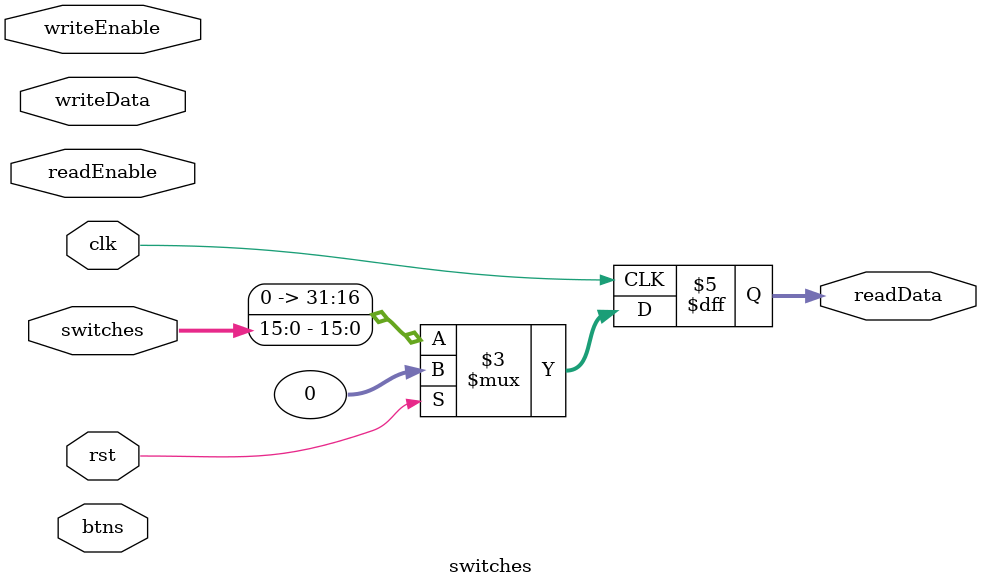
<source format=v>
`timescale 1ns / 1ps
module switches(
    input clk,
    input rst,
    input [15:0] btns,
    input [15:0] switches,
    input readEnable,
    input [31:0] writeData,
    input writeEnable,
    output reg [31:0] readData
);

    always @(posedge clk) begin
        if (rst)
            readData <= 32'b0;
        else
            readData <= {16'b0, switches};
    end

endmodule
</source>
